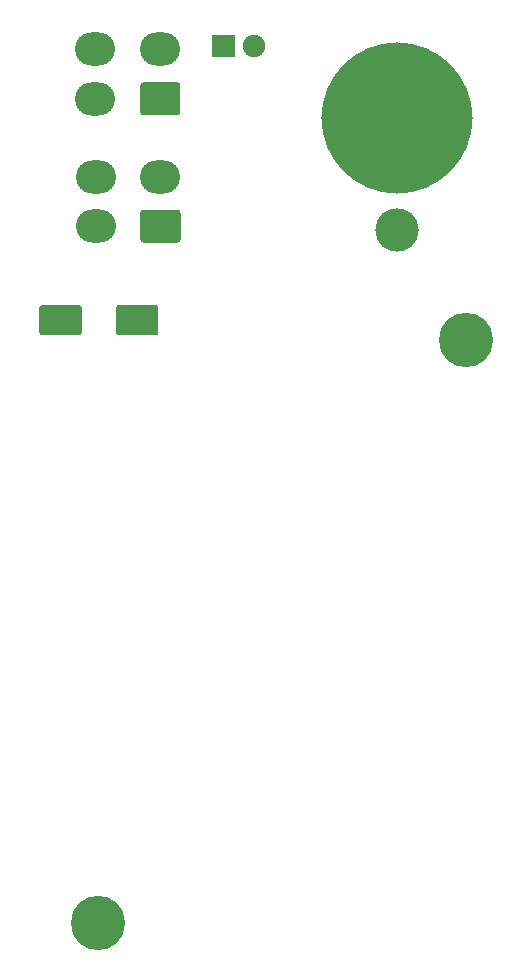
<source format=gbr>
%TF.GenerationSoftware,KiCad,Pcbnew,(5.1.10)-1*%
%TF.CreationDate,2021-11-16T16:25:11+11:00*%
%TF.ProjectId,OBOGS Panel PCB V2,4f424f47-5320-4506-916e-656c20504342,rev?*%
%TF.SameCoordinates,Original*%
%TF.FileFunction,Soldermask,Bot*%
%TF.FilePolarity,Negative*%
%FSLAX46Y46*%
G04 Gerber Fmt 4.6, Leading zero omitted, Abs format (unit mm)*
G04 Created by KiCad (PCBNEW (5.1.10)-1) date 2021-11-16 16:25:11*
%MOMM*%
%LPD*%
G01*
G04 APERTURE LIST*
%ADD10O,3.400000X2.800000*%
%ADD11C,3.672000*%
%ADD12C,12.800000*%
%ADD13C,4.600000*%
%ADD14C,1.900000*%
G04 APERTURE END LIST*
D10*
%TO.C,J2*%
X164766360Y-60275360D03*
X164766360Y-64475360D03*
X170266360Y-60275360D03*
G36*
G01*
X171707100Y-65875360D02*
X168825620Y-65875360D01*
G75*
G02*
X168566360Y-65616100I0J259260D01*
G01*
X168566360Y-63334620D01*
G75*
G02*
X168825620Y-63075360I259260J0D01*
G01*
X171707100Y-63075360D01*
G75*
G02*
X171966360Y-63334620I0J-259260D01*
G01*
X171966360Y-65616100D01*
G75*
G02*
X171707100Y-65875360I-259260J0D01*
G01*
G37*
%TD*%
%TO.C,J1*%
X164751120Y-49495600D03*
X164751120Y-53695600D03*
X170251120Y-49495600D03*
G36*
G01*
X171691860Y-55095600D02*
X168810380Y-55095600D01*
G75*
G02*
X168551120Y-54836340I0J259260D01*
G01*
X168551120Y-52554860D01*
G75*
G02*
X168810380Y-52295600I259260J0D01*
G01*
X171691860Y-52295600D01*
G75*
G02*
X171951120Y-52554860I0J-259260D01*
G01*
X171951120Y-54836340D01*
G75*
G02*
X171691860Y-55095600I-259260J0D01*
G01*
G37*
%TD*%
D11*
%TO.C,1*%
X190279157Y-64837067D03*
D12*
X190279157Y-55312067D03*
X190279157Y-55312067D03*
%TD*%
D13*
%TO.C,3*%
X165006157Y-123447567D03*
%TD*%
%TO.C,2*%
X196121157Y-74108067D03*
%TD*%
%TO.C,C1*%
G36*
G01*
X166497860Y-73473180D02*
X166497860Y-71393180D01*
G75*
G02*
X166757860Y-71133180I260000J0D01*
G01*
X169837860Y-71133180D01*
G75*
G02*
X170097860Y-71393180I0J-260000D01*
G01*
X170097860Y-73473180D01*
G75*
G02*
X169837860Y-73733180I-260000J0D01*
G01*
X166757860Y-73733180D01*
G75*
G02*
X166497860Y-73473180I0J260000D01*
G01*
G37*
G36*
G01*
X159997860Y-73473180D02*
X159997860Y-71393180D01*
G75*
G02*
X160257860Y-71133180I260000J0D01*
G01*
X163337860Y-71133180D01*
G75*
G02*
X163597860Y-71393180I0J-260000D01*
G01*
X163597860Y-73473180D01*
G75*
G02*
X163337860Y-73733180I-260000J0D01*
G01*
X160257860Y-73733180D01*
G75*
G02*
X159997860Y-73473180I0J260000D01*
G01*
G37*
%TD*%
D14*
%TO.C,D17*%
X178153060Y-49209960D03*
G36*
G01*
X174663060Y-50109960D02*
X174663060Y-48309960D01*
G75*
G02*
X174713060Y-48259960I50000J0D01*
G01*
X176513060Y-48259960D01*
G75*
G02*
X176563060Y-48309960I0J-50000D01*
G01*
X176563060Y-50109960D01*
G75*
G02*
X176513060Y-50159960I-50000J0D01*
G01*
X174713060Y-50159960D01*
G75*
G02*
X174663060Y-50109960I0J50000D01*
G01*
G37*
%TD*%
M02*

</source>
